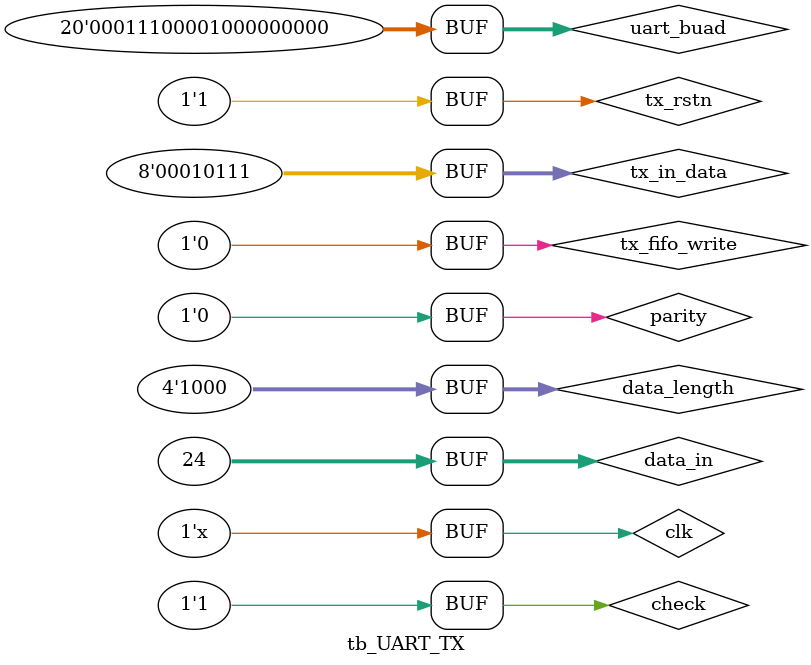
<source format=v>
`timescale 1ns/1ns

module tb_UART_TX ();

    parameter CLK_FREQ     =   'd50_000_000;

    reg           clk             ;
    reg   [19:0]  uart_buad       ;
    reg           tx_rstn         ;
    reg   [7:0]   tx_in_data      ;
    reg   [3:0]   data_length     ;
    reg           check           ;
    reg           parity          ;
    reg           tx_fifo_write   ;

    wire   [4:0]  tx_fifo_cnt     ;
    wire          tx_fifo_full    ;
    wire          tx_work         ;
    wire          tx              ;


    initial
    begin
        clk             <= 1'b1;
        tx_rstn         <= 1'b0;
        # 20;
        tx_rstn         <= 1'b1;
    end

    initial
    begin
        tx_in_data      <= 8'b0;
        data_length     <= 4'd8;
        uart_buad       <= 20'd115200;
        check           <= 1'b1;
        parity          <= 1'b0;
        tx_fifo_write   <= 1'b0;
    end

    always #10
    begin
        clk = ~clk;
    end

    integer data_in;

    initial
    begin
        for (data_in = 8;data_in <24 ;data_in = data_in + 1 )
        begin
            #100;
            tx_byte(data_in);
        end
    end

    task tx_byte
        (
            input [7:0] data
        );
        begin
            #20;
            tx_in_data <= data;
            #20;
            tx_fifo_write <= 1'b1;
            #20;
            tx_fifo_write <= 1'b0;
        end
    endtask


    UART_TX
        #(
            .CLK_FREQ(CLK_FREQ)
        )
        UART_TX_inst
        (
            .clk          (clk          )   ,       // 50MHz时钟
            .uart_buad    (uart_buad    )   ,       // 收串口波特率
            .tx_rstn      (tx_rstn      )   ,       // 发串口复位
            .tx_in_data   (tx_in_data   )   ,       // 并行数据输入
            .data_length  (data_length  )   ,       // 输入数据长度
            .check        (check        )   ,       // 奇偶校验使能
            .parity       (parity       )   ,       // 奇偶校验位选择
            .tx_fifo_write(tx_fifo_write)   ,       // FIFO写指令

            .tx_fifo_cnt  (tx_fifo_cnt  )   ,       // 发FIFO容量
            .tx_fifo_full (tx_fifo_full )   ,       // 发FIFO满
            .tx_work      (tx_work      )   ,       // 发串口工作
            .tx           (tx           )           // 发串口发送数据
        );


endmodule

</source>
